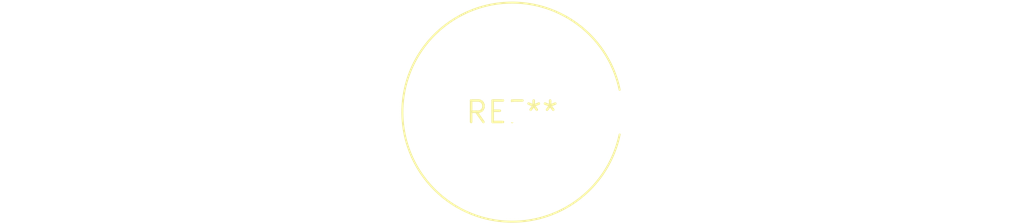
<source format=kicad_pcb>
(kicad_pcb (version 20240108) (generator pcbnew)
  (layers (0 "F.Cu" signal) (31 "B.Cu" signal) (34 "B.Paste" user) (35 "F.Paste" user) (36 "B.SilkS" user "B.Silkscreen") (37 "F.SilkS" user "F.Silkscreen") (38 "B.Mask" user) (39 "F.Mask" user) (44 "Edge.Cuts" user))
  (net 0 "")
  (footprint "L_Axial_L23.4mm_D12.7mm_P7.62mm_Vertical_Vishay_IHA-203" (layer "F.Cu") (at 0 0)
    (property "Reference" "REF**")
    (property "Value" "L_Axial_L23.4mm_D12.7mm_P7.62mm_Vertical_Vishay_IHA-203")
    (fp_arc (start 6.333917 1.32) (mid -6.47 0) (end 6.333917 -1.32) (layer "F.SilkS") (stroke (width 0.12)))
    (pad "1" thru_hole circle (at 0 0) (size 2.4 2.4) (drill 1.2) (layers *.Cu *.Mask) (remove_unused_layers))
    (pad "2" thru_hole oval (at 7.62 0) (size 2.4 2.4) (drill 1.2) (layers *.Cu *.Mask) (remove_unused_layers))
  )
)
</source>
